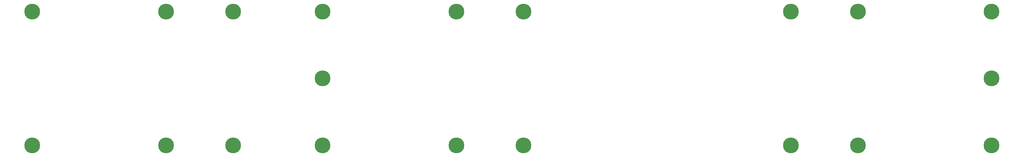
<source format=gbr>
G04 #@! TF.GenerationSoftware,KiCad,Pcbnew,(5.1.2-1)-1*
G04 #@! TF.CreationDate,2020-06-05T15:40:25-05:00*
G04 #@! TF.ProjectId,therick48.16SP_top_plate,74686572-6963-46b3-9438-2e313653505f,rev?*
G04 #@! TF.SameCoordinates,Original*
G04 #@! TF.FileFunction,Copper,L2,Bot*
G04 #@! TF.FilePolarity,Positive*
%FSLAX46Y46*%
G04 Gerber Fmt 4.6, Leading zero omitted, Abs format (unit mm)*
G04 Created by KiCad (PCBNEW (5.1.2-1)-1) date 2020-06-05 15:40:25*
%MOMM*%
%LPD*%
G04 APERTURE LIST*
%ADD10C,4.500000*%
G04 APERTURE END LIST*
D10*
X105639722Y-61179839D03*
X105639722Y-99179739D03*
X150100000Y-80180000D03*
X188100000Y-61180000D03*
X188100000Y-99180000D03*
X302100000Y-61180000D03*
X302100000Y-99180000D03*
X340100000Y-80180000D03*
X67639993Y-61180000D03*
X124639672Y-61179839D03*
X67639993Y-99180000D03*
X124639672Y-99180000D03*
X150100000Y-61180000D03*
X150100000Y-99180000D03*
X283100000Y-61180000D03*
X207100000Y-61180000D03*
X283100000Y-99180000D03*
X207100000Y-99180000D03*
X340100000Y-61180000D03*
X340100000Y-99180000D03*
M02*

</source>
